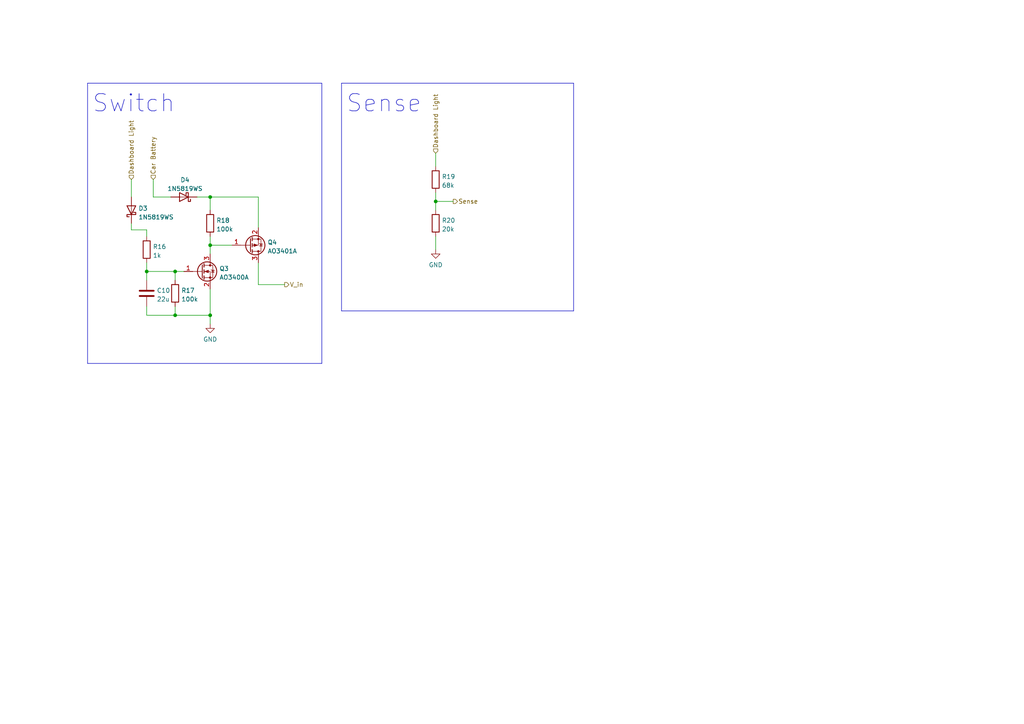
<source format=kicad_sch>
(kicad_sch (version 20230121) (generator eeschema)
  (paper "A4")
  (lib_symbols
    (symbol "Device:C" (pin_numbers hide) (pin_names (offset 0.254))
      (property "Reference" "C" (at 0.635 2.54 0))
      (property "Value" "C" (at 0.635 -2.54 0))
      (symbol "C_0_1"
        (polyline (pts (xy -2.032 -0.762) (xy 2.032 -0.762)) (stroke (width 0.508)))
        (polyline (pts (xy -2.032 0.762) (xy 2.032 0.762)) (stroke (width 0.508)))
      )
      (symbol "C_1_1"
        (pin passive line (at 0 3.81 270) (length 2.794) (name "~") (number "1"))
        (pin passive line (at 0 -3.81 90) (length 2.794) (name "~") (number "2"))
      )
    )
    (symbol "Device:D_Schottky" (pin_numbers hide) (pin_names (offset 1.016) hide)
      (property "Reference" "D" (at 0 2.54 0))
      (property "Value" "D_Schottky" (at 0 -2.54 0))
      (symbol "D_Schottky_0_1"
        (polyline (pts (xy 1.27 0) (xy -1.27 0)))
        (polyline (pts (xy 1.27 1.27) (xy 1.27 -1.27) (xy -1.27 0) (xy 1.27 1.27)) (stroke (width 0.254)))
        (polyline (pts (xy -1.905 0.635) (xy -1.905 1.27) (xy -1.27 1.27) (xy -1.27 -1.27) (xy -0.635 -1.27) (xy -0.635 -0.635)) (stroke (width 0.254)))
      )
      (symbol "D_Schottky_1_1"
        (pin passive line (at -3.81 0 0) (length 2.54) (name "K") (number "1"))
        (pin passive line (at 3.81 0 180) (length 2.54) (name "A") (number "2"))
      )
    )
    (symbol "Device:R" (pin_numbers hide) (pin_names (offset 0))
      (property "Reference" "R" (at 2.032 0 90))
      (property "Value" "R" (at 0 0 90))
      (symbol "R_0_1"
        (rectangle (start -1.016 -2.54) (end 1.016 2.54) (stroke (width 0.254)))
      )
      (symbol "R_1_1"
        (pin passive line (at 0 3.81 270) (length 1.27) (name "~") (number "1"))
        (pin passive line (at 0 -3.81 90) (length 1.27) (name "~") (number "2"))
      )
    )
    (symbol "Transistor_FET:AO3400A" (pin_names hide)
      (property "Reference" "Q" (at 5.08 1.905 0))
      (property "Value" "AO3400A" (at 5.08 0 0))
      (symbol "AO3400A_0_1"
        (polyline (pts (xy 0.254 0) (xy -2.54 0)))
        (polyline (pts (xy 0.254 1.905) (xy 0.254 -1.905)) (stroke (width 0.254)))
        (polyline (pts (xy 0.762 -1.27) (xy 0.762 -2.286)) (stroke (width 0.254)))
        (polyline (pts (xy 0.762 0.508) (xy 0.762 -0.508)) (stroke (width 0.254)))
        (polyline (pts (xy 0.762 2.286) (xy 0.762 1.27)) (stroke (width 0.254)))
        (polyline (pts (xy 2.54 2.54) (xy 2.54 1.778)))
        (polyline (pts (xy 2.54 -2.54) (xy 2.54 0) (xy 0.762 0)))
        (polyline (pts (xy 0.762 -1.778) (xy 3.302 -1.778) (xy 3.302 1.778) (xy 0.762 1.778)))
        (polyline (pts (xy 1.016 0) (xy 2.032 0.381) (xy 2.032 -0.381) (xy 1.016 0)) (fill (type outline)))
        (polyline (pts (xy 2.794 0.508) (xy 2.921 0.381) (xy 3.683 0.381) (xy 3.81 0.254)))
        (polyline (pts (xy 3.302 0.381) (xy 2.921 -0.254) (xy 3.683 -0.254) (xy 3.302 0.381)))
        (circle (center 1.651 0) (radius 2.794) (stroke (width 0.254)))
        (circle (center 2.54 -1.778) (radius 0.254) (fill (type outline)))
        (circle (center 2.54 1.778) (radius 0.254) (fill (type outline)))
      )
      (symbol "AO3400A_1_1"
        (pin input line (at -5.08 0 0) (length 2.54) (name "G") (number "1"))
        (pin passive line (at 2.54 -5.08 90) (length 2.54) (name "S") (number "2"))
        (pin passive line (at 2.54 5.08 270) (length 2.54) (name "D") (number "3"))
      )
    )
    (symbol "Transistor_FET:AO3401A" (pin_names hide)
      (property "Reference" "Q" (at 5.08 1.905 0))
      (property "Value" "AO3401A" (at 5.08 0 0))
      (symbol "AO3401A_0_1"
        (polyline (pts (xy 0.254 0) (xy -2.54 0)))
        (polyline (pts (xy 0.254 1.905) (xy 0.254 -1.905)) (stroke (width 0.254)))
        (polyline (pts (xy 0.762 -1.27) (xy 0.762 -2.286)) (stroke (width 0.254)))
        (polyline (pts (xy 0.762 0.508) (xy 0.762 -0.508)) (stroke (width 0.254)))
        (polyline (pts (xy 0.762 2.286) (xy 0.762 1.27)) (stroke (width 0.254)))
        (polyline (pts (xy 2.54 2.54) (xy 2.54 1.778)))
        (polyline (pts (xy 2.54 -2.54) (xy 2.54 0) (xy 0.762 0)))
        (polyline (pts (xy 0.762 1.778) (xy 3.302 1.778) (xy 3.302 -1.778) (xy 0.762 -1.778)))
        (polyline (pts (xy 2.286 0) (xy 1.27 0.381) (xy 1.27 -0.381) (xy 2.286 0)) (fill (type outline)))
        (polyline (pts (xy 2.794 -0.508) (xy 2.921 -0.381) (xy 3.683 -0.381) (xy 3.81 -0.254)))
        (polyline (pts (xy 3.302 -0.381) (xy 2.921 0.254) (xy 3.683 0.254) (xy 3.302 -0.381)))
        (circle (center 1.651 0) (radius 2.794) (stroke (width 0.254)))
        (circle (center 2.54 -1.778) (radius 0.254) (fill (type outline)))
        (circle (center 2.54 1.778) (radius 0.254) (fill (type outline)))
      )
      (symbol "AO3401A_1_1"
        (pin input line (at -5.08 0 0) (length 2.54) (name "G") (number "1"))
        (pin passive line (at 2.54 -5.08 90) (length 2.54) (name "S") (number "2"))
        (pin passive line (at 2.54 5.08 270) (length 2.54) (name "D") (number "3"))
      )
    )
    (symbol "power:GND" (power) (pin_names (offset 0))
      (property "Value" "GND" (at 0 -3.81 0))
      (symbol "GND_0_1"
        (polyline (pts (xy 0 0) (xy 0 -1.27) (xy 1.27 -1.27) (xy 0 -2.54) (xy -1.27 -1.27) (xy 0 -1.27)))
      )
      (symbol "GND_1_1"
        (pin power_in line (at 0 0 270) (length 0) hide (name "GND") (number "1"))
      )
    )
  )
  (junction (at 60.96 71.12))
  (junction (at 60.96 91.44))
  (junction (at 42.545 78.74))
  (junction (at 50.8 91.44))
  (junction (at 126.365 58.42))
  (junction (at 60.96 57.15))
  (junction (at 50.8 78.74))
  (wire (pts (xy 60.96 57.15) (xy 74.93 57.15)))
  (wire (pts (xy 38.1 52.07) (xy 38.1 57.15)))
  (polyline (pts (xy 166.37 90.17) (xy 99.06 90.17)))
  (wire (pts (xy 57.15 57.15) (xy 60.96 57.15)))
  (wire (pts (xy 60.96 57.15) (xy 60.96 60.96)))
  (wire (pts (xy 60.96 71.12) (xy 67.31 71.12)))
  (wire (pts (xy 42.545 91.44) (xy 50.8 91.44)))
  (polyline (pts (xy 93.345 105.41) (xy 25.4 105.41)))
  (wire (pts (xy 126.365 68.58) (xy 126.365 72.39)))
  (wire (pts (xy 126.365 55.88) (xy 126.365 58.42)))
  (wire (pts (xy 60.96 71.12) (xy 60.96 73.66)))
  (wire (pts (xy 60.96 83.82) (xy 60.96 91.44)))
  (wire (pts (xy 38.1 66.675) (xy 42.545 66.675)))
  (wire (pts (xy 42.545 76.2) (xy 42.545 78.74)))
  (wire (pts (xy 50.8 78.74) (xy 53.34 78.74)))
  (wire (pts (xy 126.365 58.42) (xy 126.365 60.96)))
  (polyline (pts (xy 25.4 105.41) (xy 25.4 24.13)))
  (wire (pts (xy 42.545 78.74) (xy 50.8 78.74)))
  (wire (pts (xy 60.96 91.44) (xy 60.96 93.98)))
  (wire (pts (xy 44.45 52.07) (xy 44.45 57.15)))
  (polyline (pts (xy 99.06 24.13) (xy 166.37 24.13)))
  (wire (pts (xy 50.8 81.28) (xy 50.8 78.74)))
  (polyline (pts (xy 25.4 24.13) (xy 93.345 24.13)))
  (wire (pts (xy 42.545 78.74) (xy 42.545 81.28)))
  (wire (pts (xy 74.93 76.2) (xy 74.93 82.55)))
  (wire (pts (xy 44.45 57.15) (xy 49.53 57.15)))
  (wire (pts (xy 50.8 91.44) (xy 60.96 91.44)))
  (wire (pts (xy 74.93 57.15) (xy 74.93 66.04)))
  (polyline (pts (xy 99.06 24.13) (xy 99.06 90.17)))
  (wire (pts (xy 126.365 44.45) (xy 126.365 48.26)))
  (polyline (pts (xy 166.37 24.13) (xy 166.37 90.17)))
  (wire (pts (xy 42.545 88.9) (xy 42.545 91.44)))
  (polyline (pts (xy 93.345 24.13) (xy 93.345 105.41)))
  (wire (pts (xy 42.545 66.675) (xy 42.545 68.58)))
  (wire (pts (xy 38.1 64.77) (xy 38.1 66.675)))
  (wire (pts (xy 126.365 58.42) (xy 131.445 58.42)))
  (wire (pts (xy 74.93 82.55) (xy 82.55 82.55)))
  (wire (pts (xy 60.96 68.58) (xy 60.96 71.12)))
  (wire (pts (xy 50.8 88.9) (xy 50.8 91.44)))
  (text "Switch" (at 26.67 33.02 0) (effects (font (size 5 5)) (justify left bottom)))
  (text "Sense" (at 100.33 33.02 0) (effects (font (size 5 5)) (justify left bottom)))
  (hierarchical_label "V_in" (shape output) (at 82.55 82.55 0))
  (hierarchical_label "Car Battery" (shape input) (at 44.45 52.07 90))
  (hierarchical_label "Dashboard Light" (shape input) (at 38.1 52.07 90))
  (hierarchical_label "Dashboard Light" (shape input) (at 126.365 44.45 90))
  (hierarchical_label "Sense" (shape output) (at 131.445 58.42 0))
  (symbol (lib_id "Device:D_Schottky") (at 38.1 60.96 90) (unit 1)
    (property "Reference" "D3" (at 40.132 60.4428 90) (effects (justify right)))
    (property "Value" "1N5819WS" (at 40.132 62.9797 90) (effects (justify right)))
    (property "Footprint" "Diode_SMD:D_SOD-323" (effects hide))
    (property "Datasheet" "https://datasheet.lcsc.com/lcsc/1810202112_Guangdong-Hottech-1N5819WS_C191023.pdf" (effects hide))
    (property "LCSC#" "C191023" (effects hide))
  )
  (symbol (lib_id "Transistor_FET:AO3400A") (at 58.42 78.74 0) (unit 1)
    (property "Reference" "Q3" (at 63.627 77.9053 0) (effects (justify left)))
    (property "Value" "AO3400A" (at 63.627 80.4422 0) (effects (justify left)))
    (property "Footprint" "Package_TO_SOT_SMD:SOT-23" (effects hide))
    (property "Datasheet" "http://www.aosmd.com/pdfs/datasheet/AO3400A.pdf" (effects hide))
    (property "LCSC#" "C20917" (effects hide))
  )
  (symbol (lib_id "Device:C") (at 42.545 85.09 0) (unit 1)
    (property "Reference" "C10" (at 45.466 84.2553 0) (effects (justify left)))
    (property "Value" "22u" (at 45.466 86.7922 0) (effects (justify left)))
    (property "Footprint" "Capacitor_SMD:C_1206_3216Metric" (effects hide))
    (property "Datasheet" "https://datasheet.lcsc.com/lcsc/1811031514_Samsung-Electro-Mechanics-CL31A226KAHNNNE_C12891.pdf" (effects hide))
    (property "LCSC#" "C12891" (effects hide))
  )
  (symbol (lib_id "Device:R") (at 50.8 85.09 0) (unit 1)
    (property "Reference" "R17" (at 52.578 84.2553 0) (effects (justify left)))
    (property "Value" "100k" (at 52.578 86.7922 0) (effects (justify left)))
    (property "Footprint" "Resistor_SMD:R_0402_1005Metric" (effects hide))
    (property "Datasheet" "https://datasheet.lcsc.com/lcsc/2110260030_UNI-ROYAL-Uniroyal-Elec-0402WGF1003TCE_C25741.pdf" (effects hide))
    (property "LCSC#" "C25741" (effects hide))
  )
  (symbol (lib_id "Device:R") (at 60.96 64.77 0) (unit 1)
    (property "Reference" "R18" (at 62.738 63.9353 0) (effects (justify left)))
    (property "Value" "100k" (at 62.738 66.4722 0) (effects (justify left)))
    (property "Footprint" "Resistor_SMD:R_0402_1005Metric" (effects hide))
    (property "Datasheet" "https://datasheet.lcsc.com/lcsc/2110260030_UNI-ROYAL-Uniroyal-Elec-0402WGF1003TCE_C25741.pdf" (effects hide))
    (property "LCSC#" "C25741" (effects hide))
  )
  (symbol (lib_id "Transistor_FET:AO3401A") (at 72.39 71.12 0) (mirror x) (unit 1)
    (property "Reference" "Q4" (at 77.597 70.2853 0) (effects (justify left)))
    (property "Value" "AO3401A" (at 77.597 72.8222 0) (effects (justify left)))
    (property "Footprint" "Package_TO_SOT_SMD:SOT-23" (effects hide))
    (property "Datasheet" "http://www.aosmd.com/pdfs/datasheet/AO3401A.pdf" (effects hide))
    (property "LCSC#" "C15127" (effects hide))
  )
  (symbol (lib_id "power:GND") (at 126.365 72.39 0) (unit 1)
    (property "Reference" "#PWR040" (effects hide))
    (property "Value" "GND" (at 126.365 76.8334 0))
  )
  (symbol (lib_id "Device:D_Schottky") (at 53.34 57.15 180) (unit 1)
    (property "Reference" "D4" (at 53.6575 52.1802 0))
    (property "Value" "1N5819WS" (at 53.6575 54.7171 0))
    (property "Footprint" "Diode_SMD:D_SOD-323" (effects hide))
    (property "Datasheet" "https://datasheet.lcsc.com/lcsc/1810202112_Guangdong-Hottech-1N5819WS_C191023.pdf" (effects hide))
    (property "LCSC#" "C191023" (effects hide))
  )
  (symbol (lib_id "Device:R") (at 42.545 72.39 180) (unit 1)
    (property "Reference" "R16" (at 44.323 71.5553 0) (effects (justify right)))
    (property "Value" "1k" (at 44.323 74.0922 0) (effects (justify right)))
    (property "Footprint" "Resistor_SMD:R_0402_1005Metric" (effects hide))
    (property "Datasheet" "https://datasheet.lcsc.com/lcsc/2206010216_UNI-ROYAL-Uniroyal-Elec-0402WGF1001TCE_C11702.pdf" (effects hide))
    (property "LCSC#" "C11702" (effects hide))
  )
  (symbol (lib_id "power:GND") (at 60.96 93.98 0) (unit 1)
    (property "Reference" "#PWR039" (effects hide))
    (property "Value" "GND" (at 60.96 98.4234 0))
  )
  (symbol (lib_id "Device:R") (at 126.365 64.77 0) (unit 1)
    (property "Reference" "R20" (at 128.143 63.9353 0) (effects (justify left)))
    (property "Value" "20k" (at 128.143 66.4722 0) (effects (justify left)))
    (property "Footprint" "Resistor_SMD:R_0402_1005Metric" (effects hide))
    (property "Datasheet" "https://datasheet.lcsc.com/lcsc/2110260030_UNI-ROYAL-Uniroyal-Elec-0402WGF2002TCE_C25765.pdf" (effects hide))
    (property "LCSC#" "C25765" (effects hide))
  )
  (symbol (lib_id "Device:R") (at 126.365 52.07 0) (unit 1)
    (property "Reference" "R19" (at 128.143 51.2353 0) (effects (justify left)))
    (property "Value" "68k" (at 128.143 53.7722 0) (effects (justify left)))
    (property "Footprint" "Resistor_SMD:R_0402_1005Metric" (effects hide))
    (property "Datasheet" "https://datasheet.lcsc.com/lcsc/2110260230_UNI-ROYAL-Uniroyal-Elec-0402WGF6802TCE_C36871.pdf" (effects hide))
    (property "LCSC#" "C36871" (effects hide))
  )
)
</source>
